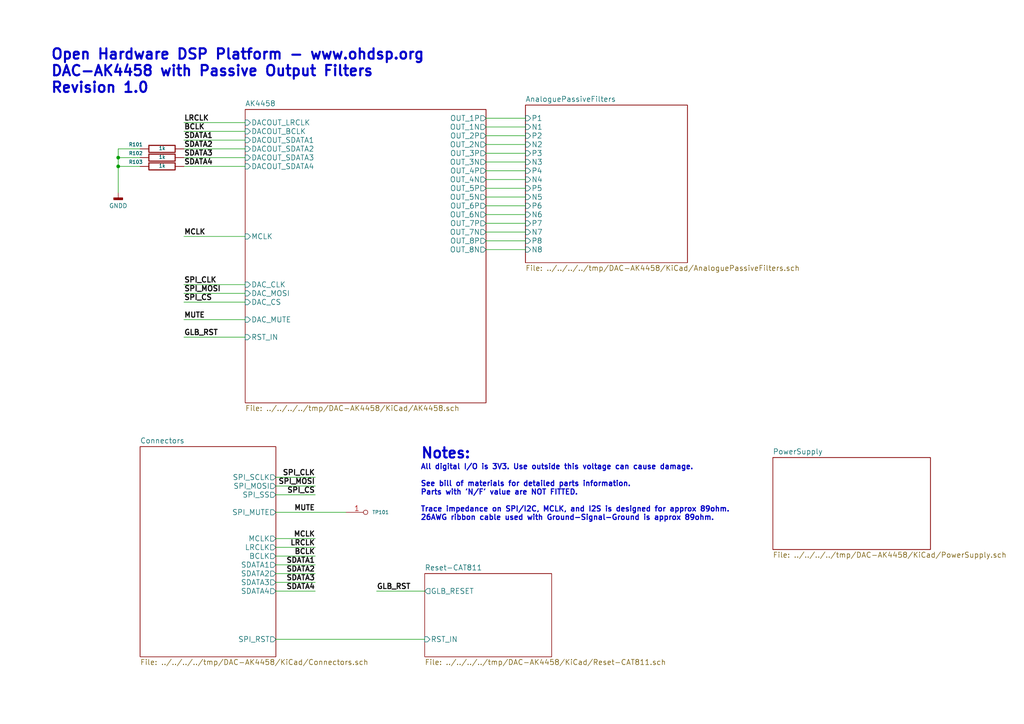
<source format=kicad_sch>
(kicad_sch (version 20230121) (generator eeschema)
  (paper "A4")
  (title_block (title "DAC-AK4458 with Passive Output Filters") (date "2019-04-03") (rev "1.0") (company "Open Hardware DSP Platform - www.ohdsp.org") (comment 1 "MERCHANTABILITY, SATISFACTORY QUALITY AND FITNESS FOR A PARTICULAR PURPOSE.") (comment 2 "is distributed WITHOUT ANY EXPRESS OR IMPLIED WARRANTY, INCLUDING OF ") (comment 3 "Licensed under the TAPR Open Hardware License (www.tapr.org/OHL). This documentation") (comment 4 "Copyright Paul Janicki 2019"))
  (lib_symbols
    (symbol "DAC-AK4458-1.0-rescue:PIN-MyKiCadLibs-Lib" (pin_names (offset 1.016) hide)
      (property "Reference" "P" (at 6.604 0.762 0))
      (property "Value" "MyKiCadLibs-Lib_PIN" (at 6.604 -0.889 0))
      (symbol "PIN-MyKiCadLibs-Lib_1_1"
        (pin passive inverted (at 0 0 0) (length 6.35) (name "P1") (number "1"))
      )
    )
    (symbol "DAC-AK4458-1.0-rescue:R-MyKiCadLibs-Lib" (pin_numbers hide) (pin_names (offset 0))
      (property "Reference" "R" (at -2.032 0 90))
      (property "Value" "MyKiCadLibs-Lib_R" (at 0.1778 0.0254 90))
      (symbol "R-MyKiCadLibs-Lib_0_1"
        (rectangle (start -1.016 3.81) (end 1.016 -3.81) (stroke (width 0.3048)))
      )
      (symbol "R-MyKiCadLibs-Lib_1_1"
        (pin passive line (at 0 6.35 270) (length 2.54) (name "~") (number "1"))
        (pin passive line (at 0 -6.35 90) (length 2.54) (name "~") (number "2"))
      )
    )
    (symbol "power:GNDD" (power) (pin_names (offset 0))
      (property "Value" "GNDD" (at 0 -3.175 0))
      (symbol "GNDD_0_1"
        (rectangle (start -1.27 -1.524) (end 1.27 -2.032) (stroke (width 0.254)) (fill (type outline)))
        (polyline (pts (xy 0 0) (xy 0 -1.524)))
      )
      (symbol "GNDD_1_1"
        (pin power_in line (at 0 0 270) (length 0) hide (name "GNDD") (number "1"))
      )
    )
  )
  (junction (at 34.29 45.72))
  (junction (at 34.29 48.26))
  (wire (pts (xy 71.12 45.72) (xy 53.34 45.72)))
  (wire (pts (xy 140.97 49.53) (xy 152.4 49.53)))
  (wire (pts (xy 80.01 166.37) (xy 91.44 166.37)))
  (wire (pts (xy 140.97 39.37) (xy 152.4 39.37)))
  (wire (pts (xy 152.4 41.91) (xy 140.97 41.91)))
  (wire (pts (xy 80.01 148.59) (xy 100.33 148.59)))
  (wire (pts (xy 53.34 92.71) (xy 71.12 92.71)))
  (wire (pts (xy 140.97 64.77) (xy 152.4 64.77)))
  (wire (pts (xy 140.97 46.99) (xy 152.4 46.99)))
  (wire (pts (xy 140.97 59.69) (xy 152.4 59.69)))
  (wire (pts (xy 71.12 35.56) (xy 53.34 35.56)))
  (wire (pts (xy 34.29 48.26) (xy 40.64 48.26)))
  (wire (pts (xy 34.29 48.26) (xy 34.29 55.88)))
  (wire (pts (xy 80.01 171.45) (xy 91.44 171.45)))
  (wire (pts (xy 152.4 67.31) (xy 140.97 67.31)))
  (wire (pts (xy 53.34 68.58) (xy 71.12 68.58)))
  (wire (pts (xy 140.97 69.85) (xy 152.4 69.85)))
  (wire (pts (xy 71.12 87.63) (xy 53.34 87.63)))
  (wire (pts (xy 152.4 57.15) (xy 140.97 57.15)))
  (wire (pts (xy 140.97 62.23) (xy 152.4 62.23)))
  (wire (pts (xy 91.44 163.83) (xy 80.01 163.83)))
  (wire (pts (xy 91.44 140.97) (xy 80.01 140.97)))
  (wire (pts (xy 71.12 40.64) (xy 53.34 40.64)))
  (wire (pts (xy 140.97 34.29) (xy 152.4 34.29)))
  (wire (pts (xy 91.44 156.21) (xy 80.01 156.21)))
  (wire (pts (xy 34.29 43.18) (xy 34.29 45.72)))
  (wire (pts (xy 152.4 36.83) (xy 140.97 36.83)))
  (wire (pts (xy 53.34 85.09) (xy 71.12 85.09)))
  (wire (pts (xy 71.12 97.79) (xy 53.34 97.79)))
  (wire (pts (xy 34.29 45.72) (xy 34.29 48.26)))
  (wire (pts (xy 53.34 43.18) (xy 71.12 43.18)))
  (wire (pts (xy 140.97 44.45) (xy 152.4 44.45)))
  (wire (pts (xy 53.34 38.1) (xy 71.12 38.1)))
  (wire (pts (xy 152.4 72.39) (xy 140.97 72.39)))
  (wire (pts (xy 140.97 54.61) (xy 152.4 54.61)))
  (wire (pts (xy 53.34 48.26) (xy 71.12 48.26)))
  (wire (pts (xy 34.29 45.72) (xy 40.64 45.72)))
  (wire (pts (xy 152.4 52.07) (xy 140.97 52.07)))
  (wire (pts (xy 91.44 168.91) (xy 80.01 168.91)))
  (wire (pts (xy 71.12 82.55) (xy 53.34 82.55)))
  (wire (pts (xy 80.01 161.29) (xy 91.44 161.29)))
  (wire (pts (xy 123.19 171.45) (xy 109.22 171.45)))
  (wire (pts (xy 91.44 158.75) (xy 80.01 158.75)))
  (wire (pts (xy 40.64 43.18) (xy 34.29 43.18)))
  (wire (pts (xy 80.01 143.51) (xy 91.44 143.51)))
  (wire (pts (xy 80.01 185.42) (xy 123.19 185.42)))
  (wire (pts (xy 80.01 138.43) (xy 91.44 138.43)))
  (text "Open Hardware DSP Platform - www.ohdsp.org\nDAC-AK4458 with Passive Output Filters\nRevision 1.0" (at 14.605 27.305 0) (effects (font (size 2.9972 2.9972) (thickness 0.5994) bold) (justify left bottom)))
  (text "All digital I/O is 3V3. Use outside this voltage can cause damage.\n\nSee bill of materials for detailed parts information.\nParts with 'N/F' value are NOT FITTED.\n\nTrace impedance on SPI/I2C, MCLK, and I2S is designed for approx 89ohm.\n26AWG ribbon cable used with Ground-Signal-Ground is approx 89ohm." (at 121.92 151.13 0) (effects (font (size 1.524 1.524) (thickness 0.3048) bold) (justify left bottom)))
  (text "Notes:" (at 121.92 133.35 0) (effects (font (size 2.9972 2.9972) (thickness 0.5994) bold) (justify left bottom)))
  (label "SPI_CLK" (at 91.44 138.43 180) (effects (font (size 1.524 1.524) (thickness 0.3048) bold)))
  (label "MUTE" (at 91.44 148.59 180) (effects (font (size 1.4986 1.4986) (thickness 0.2997) bold)))
  (label "MUTE" (at 53.34 92.71 0) (effects (font (size 1.4986 1.4986) (thickness 0.2997) bold)))
  (label "LRCLK" (at 53.34 35.56 0) (effects (font (size 1.4986 1.4986) (thickness 0.2997) bold)))
  (label "SPI_CLK" (at 53.34 82.55 0) (effects (font (size 1.524 1.524) (thickness 0.3048) bold)))
  (label "MCLK" (at 91.44 156.21 180) (effects (font (size 1.4986 1.4986) (thickness 0.2997) bold)))
  (label "SDATA3" (at 53.34 45.72 0) (effects (font (size 1.4986 1.4986) (thickness 0.2997) bold)))
  (label "BCLK" (at 53.34 38.1 0) (effects (font (size 1.4986 1.4986) (thickness 0.2997) bold)))
  (label "SPI_CS" (at 91.44 143.51 180) (effects (font (size 1.524 1.524) (thickness 0.3048) bold)))
  (label "GLB_RST" (at 109.22 171.45 0) (effects (font (size 1.524 1.524) (thickness 0.3048) bold)))
  (label "LRCLK" (at 91.44 158.75 180) (effects (font (size 1.4986 1.4986) (thickness 0.2997) bold)))
  (label "BCLK" (at 91.44 161.29 180) (effects (font (size 1.4986 1.4986) (thickness 0.2997) bold)))
  (label "SDATA1" (at 91.44 163.83 180) (effects (font (size 1.4986 1.4986) (thickness 0.2997) bold)))
  (label "SDATA3" (at 91.44 168.91 180) (effects (font (size 1.4986 1.4986) (thickness 0.2997) bold)))
  (label "GLB_RST" (at 53.34 97.79 0) (effects (font (size 1.524 1.524) (thickness 0.3048) bold)))
  (label "SDATA2" (at 53.34 43.18 0) (effects (font (size 1.4986 1.4986) (thickness 0.2997) bold)))
  (label "SPI_CS" (at 53.34 87.63 0) (effects (font (size 1.524 1.524) (thickness 0.3048) bold)))
  (label "SDATA4" (at 91.44 171.45 180) (effects (font (size 1.4986 1.4986) (thickness 0.2997) bold)))
  (label "SDATA1" (at 53.34 40.64 0) (effects (font (size 1.4986 1.4986) (thickness 0.2997) bold)))
  (label "SPI_MOSI" (at 53.34 85.09 0) (effects (font (size 1.524 1.524) (thickness 0.3048) bold)))
  (label "SDATA4" (at 53.34 48.26 0) (effects (font (size 1.4986 1.4986) (thickness 0.2997) bold)))
  (label "SPI_MOSI" (at 91.44 140.97 180) (effects (font (size 1.524 1.524) (thickness 0.3048) bold)))
  (label "MCLK" (at 53.34 68.58 0) (effects (font (size 1.4986 1.4986) (thickness 0.2997) bold)))
  (label "SDATA2" (at 91.44 166.37 180) (effects (font (size 1.4986 1.4986) (thickness 0.2997) bold)))
  (symbol (lib_id "power:GNDD") (at 34.29 55.88 0) (unit 1)
    (property "Reference" "#PWR0101" (effects hide))
    (property "Value" "GNDD" (at 34.29 59.69 0))
  )
  (symbol (lib_id "DAC-AK4458-1.0-rescue:PIN-MyKiCadLibs-Lib") (at 100.33 148.59 0) (unit 1)
    (property "Reference" "TP101" (at 107.95 148.59 0) (effects (font (size 1.016 1.016)) (justify left)))
    (property "Value" "Test point" (effects hide))
    (property "Footprint" "MyKiCadLibs-Footprints:TP-1mm" (effects hide))
    (property "Description" "1mm test point" (effects hide))
  )
  (symbol (lib_id "DAC-AK4458-1.0-rescue:R-MyKiCadLibs-Lib") (at 46.99 45.72 270) (mirror x) (unit 1)
    (property "Reference" "R102" (at 39.37 44.45 90) (effects (font (size 1.016 1.016))))
    (property "Value" "1k" (at 47.0154 45.5422 90) (effects (font (size 1.016 1.016))))
    (property "Footprint" "MyKiCadLibs-Footprints:SMD-0805" (effects hide))
    (property "Power" "100mW" (effects hide))
    (property "Description" "Thick or thin film resistor" (effects hide))
    (property "Size" "0805" (effects hide))
    (property "Tolerance" "1%" (effects hide))
  )
  (symbol (lib_id "DAC-AK4458-1.0-rescue:R-MyKiCadLibs-Lib") (at 46.99 48.26 270) (mirror x) (unit 1)
    (property "Reference" "R103" (at 39.37 46.99 90) (effects (font (size 1.016 1.016))))
    (property "Value" "1k" (at 47.0154 48.0822 90) (effects (font (size 1.016 1.016))))
    (property "Footprint" "MyKiCadLibs-Footprints:SMD-0805" (effects hide))
    (property "Power" "100mW" (effects hide))
    (property "Description" "Thick or thin film resistor" (effects hide))
    (property "Size" "0805" (effects hide))
    (property "Tolerance" "1%" (effects hide))
  )
  (symbol (lib_id "DAC-AK4458-1.0-rescue:R-MyKiCadLibs-Lib") (at 46.99 43.18 270) (mirror x) (unit 1)
    (property "Reference" "R101" (at 39.37 41.91 90) (effects (font (size 1.016 1.016))))
    (property "Value" "1k" (at 47.0154 43.0022 90) (effects (font (size 1.016 1.016))))
    (property "Footprint" "MyKiCadLibs-Footprints:SMD-0805" (effects hide))
    (property "Power" "100mW" (effects hide))
    (property "Description" "Thick or thin film resistor" (effects hide))
    (property "Size" "0805" (effects hide))
    (property "Tolerance" "1%" (effects hide))
  )
  (sheet (at 40.64 129.54) (size 39.37 60.96)
    (property "Sheetname" "Connectors" (at 40.64 128.7014 0) (effects (font (size 1.524 1.524)) (justify left bottom)))
    (property "Sheetfile" "../../../../tmp/DAC-AK4458/KiCad/Connectors.sch" (at 40.64 191.1862 0) (effects (font (size 1.524 1.524)) (justify left top)))
    (pin "MCLK" output (at 80.01 156.21 0) (effects (font (size 1.524 1.524))))
    (pin "LRCLK" output (at 80.01 158.75 0) (effects (font (size 1.524 1.524))))
    (pin "BCLK" output (at 80.01 161.29 0) (effects (font (size 1.524 1.524))))
    (pin "SDATA1" output (at 80.01 163.83 0) (effects (font (size 1.524 1.524))))
    (pin "SDATA2" output (at 80.01 166.37 0) (effects (font (size 1.524 1.524))))
    (pin "SDATA3" output (at 80.01 168.91 0) (effects (font (size 1.524 1.524))))
    (pin "SDATA4" output (at 80.01 171.45 0) (effects (font (size 1.524 1.524))))
    (pin "SPI_SCLK" output (at 80.01 138.43 0) (effects (font (size 1.524 1.524))))
    (pin "SPI_MOSI" output (at 80.01 140.97 0) (effects (font (size 1.524 1.524))))
    (pin "SPI_SS" output (at 80.01 143.51 0) (effects (font (size 1.524 1.524))))
    (pin "SPI_RST" output (at 80.01 185.42 0) (effects (font (size 1.524 1.524))))
    (pin "SPI_MUTE" output (at 80.01 148.59 0) (effects (font (size 1.524 1.524))))
  )
  (sheet (at 224.155 132.715) (size 45.72 26.67)
    (property "Sheetname" "PowerSupply" (at 224.155 131.8764 0) (effects (font (size 1.524 1.524)) (justify left bottom)))
    (property "Sheetfile" "../../../../tmp/DAC-AK4458/KiCad/PowerSupply.sch" (at 224.155 160.0712 0) (effects (font (size 1.524 1.524)) (justify left top)))
  )
  (sheet (at 71.12 31.75) (size 69.85 85.09)
    (property "Sheetname" "AK4458" (at 71.12 30.9114 0) (effects (font (size 1.524 1.524)) (justify left bottom)))
    (property "Sheetfile" "../../../../tmp/DAC-AK4458/KiCad/AK4458.sch" (at 71.12 117.5262 0) (effects (font (size 1.524 1.524)) (justify left top)))
    (pin "DACOUT_LRCLK" input (at 71.12 35.56 180) (effects (font (size 1.524 1.524))))
    (pin "DACOUT_BCLK" input (at 71.12 38.1 180) (effects (font (size 1.524 1.524))))
    (pin "DACOUT_SDATA1" input (at 71.12 40.64 180) (effects (font (size 1.524 1.524))))
    (pin "DACOUT_SDATA2" input (at 71.12 43.18 180) (effects (font (size 1.524 1.524))))
    (pin "DACOUT_SDATA3" input (at 71.12 45.72 180) (effects (font (size 1.524 1.524))))
    (pin "MCLK" input (at 71.12 68.58 180) (effects (font (size 1.524 1.524))))
    (pin "DACOUT_SDATA4" input (at 71.12 48.26 180) (effects (font (size 1.524 1.524))))
    (pin "OUT_1P" output (at 140.97 34.29 0) (effects (font (size 1.524 1.524))))
    (pin "OUT_1N" output (at 140.97 36.83 0) (effects (font (size 1.524 1.524))))
    (pin "OUT_2P" output (at 140.97 39.37 0) (effects (font (size 1.524 1.524))))
    (pin "OUT_2N" output (at 140.97 41.91 0) (effects (font (size 1.524 1.524))))
    (pin "OUT_3P" output (at 140.97 44.45 0) (effects (font (size 1.524 1.524))))
    (pin "OUT_3N" output (at 140.97 46.99 0) (effects (font (size 1.524 1.524))))
    (pin "OUT_4P" output (at 140.97 49.53 0) (effects (font (size 1.524 1.524))))
    (pin "OUT_4N" output (at 140.97 52.07 0) (effects (font (size 1.524 1.524))))
    (pin "OUT_5P" output (at 140.97 54.61 0) (effects (font (size 1.524 1.524))))
    (pin "OUT_5N" output (at 140.97 57.15 0) (effects (font (size 1.524 1.524))))
    (pin "OUT_6P" output (at 140.97 59.69 0) (effects (font (size 1.524 1.524))))
    (pin "OUT_6N" output (at 140.97 62.23 0) (effects (font (size 1.524 1.524))))
    (pin "OUT_7P" output (at 140.97 64.77 0) (effects (font (size 1.524 1.524))))
    (pin "OUT_7N" output (at 140.97 67.31 0) (effects (font (size 1.524 1.524))))
    (pin "OUT_8P" output (at 140.97 69.85 0) (effects (font (size 1.524 1.524))))
    (pin "OUT_8N" output (at 140.97 72.39 0) (effects (font (size 1.524 1.524))))
    (pin "DAC_MOSI" input (at 71.12 85.09 180) (effects (font (size 1.524 1.524))))
    (pin "DAC_CLK" input (at 71.12 82.55 180) (effects (font (size 1.524 1.524))))
    (pin "DAC_CS" input (at 71.12 87.63 180) (effects (font (size 1.524 1.524))))
    (pin "RST_IN" input (at 71.12 97.79 180) (effects (font (size 1.524 1.524))))
    (pin "DAC_MUTE" input (at 71.12 92.71 180) (effects (font (size 1.524 1.524))))
  )
  (sheet (at 152.4 30.48) (size 46.99 45.72)
    (property "Sheetname" "AnaloguePassiveFilters" (at 152.4 29.6414 0) (effects (font (size 1.524 1.524)) (justify left bottom)))
    (property "Sheetfile" "../../../../tmp/DAC-AK4458/KiCad/AnaloguePassiveFilters.sch" (at 152.4 76.8862 0) (effects (font (size 1.524 1.524)) (justify left top)))
    (pin "P1" input (at 152.4 34.29 180) (effects (font (size 1.524 1.524))))
    (pin "N1" input (at 152.4 36.83 180) (effects (font (size 1.524 1.524))))
    (pin "P2" input (at 152.4 39.37 180) (effects (font (size 1.524 1.524))))
    (pin "N2" input (at 152.4 41.91 180) (effects (font (size 1.524 1.524))))
    (pin "P3" input (at 152.4 44.45 180) (effects (font (size 1.524 1.524))))
    (pin "N3" input (at 152.4 46.99 180) (effects (font (size 1.524 1.524))))
    (pin "P4" input (at 152.4 49.53 180) (effects (font (size 1.524 1.524))))
    (pin "N4" input (at 152.4 52.07 180) (effects (font (size 1.524 1.524))))
    (pin "P5" input (at 152.4 54.61 180) (effects (font (size 1.524 1.524))))
    (pin "N5" input (at 152.4 57.15 180) (effects (font (size 1.524 1.524))))
    (pin "P6" input (at 152.4 59.69 180) (effects (font (size 1.524 1.524))))
    (pin "N6" input (at 152.4 62.23 180) (effects (font (size 1.524 1.524))))
    (pin "P7" input (at 152.4 64.77 180) (effects (font (size 1.524 1.524))))
    (pin "N7" input (at 152.4 67.31 180) (effects (font (size 1.524 1.524))))
    (pin "P8" input (at 152.4 69.85 180) (effects (font (size 1.524 1.524))))
    (pin "N8" input (at 152.4 72.39 180) (effects (font (size 1.524 1.524))))
  )
  (sheet (at 123.19 166.37) (size 36.83 24.13)
    (property "Sheetname" "Reset-CAT811" (at 123.19 165.5314 0) (effects (font (size 1.524 1.524)) (justify left bottom)))
    (property "Sheetfile" "../../../../tmp/DAC-AK4458/KiCad/Reset-CAT811.sch" (at 123.19 191.1862 0) (effects (font (size 1.524 1.524)) (justify left top)))
    (pin "GLB_RESET" output (at 123.19 171.45 180) (effects (font (size 1.524 1.524))))
    (pin "RST_IN" input (at 123.19 185.42 180) (effects (font (size 1.524 1.524))))
  )
)
</source>
